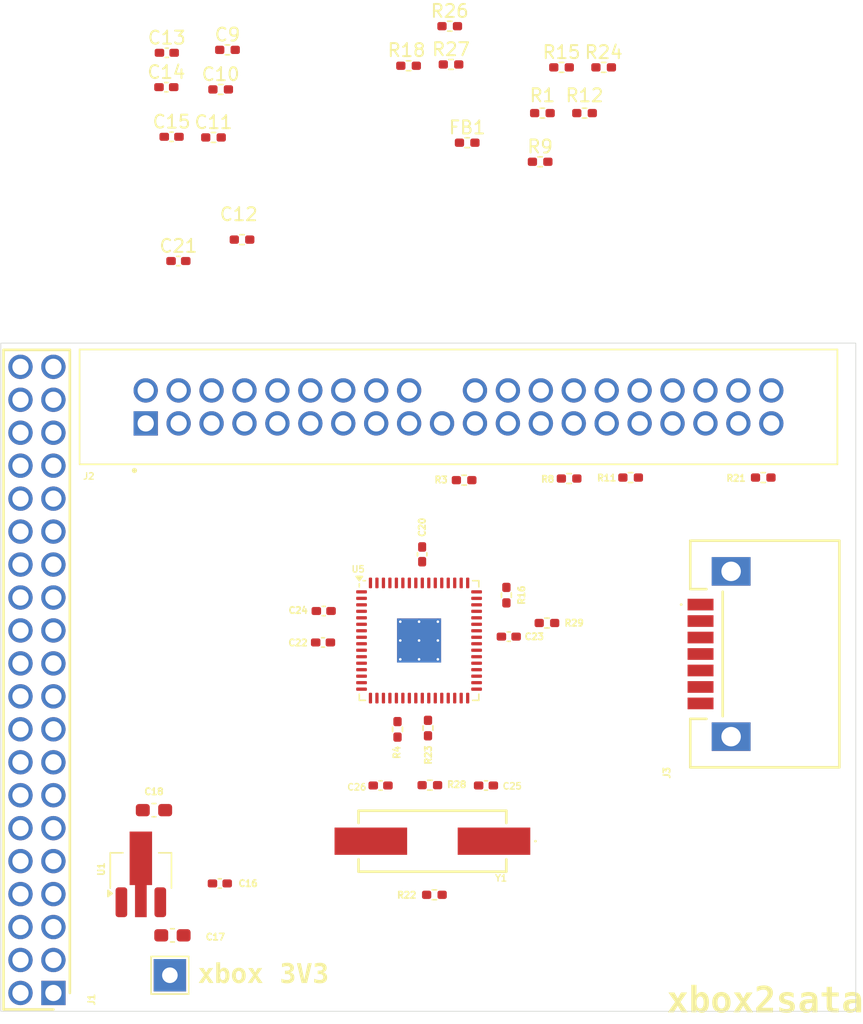
<source format=kicad_pcb>
(kicad_pcb (version 20240108) (generator "pcbnew") (generator_version "8.0")
  (title_block (title "xbox2sata") (rev "0.1"))
  (layers (0 "F.Cu" signal) (31 "B.Cu" signal) (34 "B.Paste" user) (35 "F.Paste" user) (36 "B.SilkS" user "B.Silkscreen") (37 "F.SilkS" user "F.Silkscreen") (38 "B.Mask" user) (39 "F.Mask" user) (44 "Edge.Cuts" user))
  (net 0 "")
  (net 1 "DD3")
  (net 2 "DD7")
  (net 3 "DD2")
  (net 4 "DD0")
  (net 5 "DD6")
  (net 6 "DD5")
  (net 7 "DD1")
  (net 8 "DD4")
  (net 9 "GND")
  (net 10 "PDIAG-")
  (net 11 "DD8")
  (net 12 "DD14")
  (net 13 "DD15")
  (net 14 "CSEL")
  (net 15 "DD11")
  (net 16 "Net-(C25-Pad1)")
  (net 17 "DIOR-")
  (net 18 "DIOW-")
  (net 19 "DA1")
  (net 20 "DD9")
  (net 21 "DD10")
  (net 22 "IORDY")
  (net 23 "DA2")
  (net 24 "DD12")
  (net 25 "DD13")
  (net 26 "DA0")
  (net 27 "INTRQ")
  (net 28 "DMARQ")
  (net 29 "DASP-")
  (net 30 "3V3")
  (net 31 "Net-(U5-ATAIOS)")
  (net 32 "Net-(U5-ISET)")
  (net 33 "DMACK-")
  (net 34 "CS0-")
  (net 35 "CS1-")
  (net 36 "RESET-")
  (net 37 "T2")
  (net 38 "Net-(U5-UAI)")
  (net 39 "Net-(J3-A+)")
  (net 40 "RX_P")
  (net 41 "XTLOUT")
  (net 42 "VSS")
  (net 43 "XTLIN")
  (net 44 "T5")
  (net 45 "Net-(J3-A-)")
  (net 46 "Net-(J3-B-)")
  (net 47 "VAA")
  (net 48 "T8")
  (net 49 "Net-(J3-GND_3)")
  (net 50 "LED-")
  (net 51 "RST-")
  (net 52 "CNFG1")
  (net 53 "T6")
  (net 55 "TX_M")
  (net 56 "T3")
  (net 57 "CNFG2")
  (net 58 "TX_P")
  (net 59 "T7")
  (net 60 "CNFG0")
  (net 61 "RX_M")
  (net 62 "1V2")
  (footprint "Capacitor_SMD:C_0402_1005Metric_Pad0.74x0.62mm_HandSolder" (layer "F.Cu") (at 120.9925 102.025)
    (property "Reference" "C16" (at 2.1825 0 0) (layer "F.SilkS") (effects (font (size 0.5 0.5))))
    (property "Value" "10nF" (hide yes))
    (pad "1" smd roundrect (at -0.5675 0) (size 0.735 0.62) (layers "F.Cu" "F.Paste" "F.Mask") (net 30 "3V3"))
    (pad "2" smd roundrect (at 0.5675 0) (size 0.735 0.62) (layers "F.Cu" "F.Paste" "F.Mask") (net 9 "GND"))
  )
  (footprint "Package_DFN_QFN:QFN-64-1EP_9x9mm_P0.5mm_EP3.4x3.4mm_ThermalVias" (layer "F.Cu") (at 136.3625 83.3)
    (property "Reference" "U5" (at -4.7 -5.5 360) (layer "F.SilkS") (effects (font (size 0.5 0.5) (thickness 0.1))))
    (property "Value" "88SA8052 " (hide yes))
    (pad "1" smd roundrect (at -4.4375 -3.75) (size 0.825 0.25) (layers "F.Cu" "F.Paste" "F.Mask") (net 25 "DD13"))
    (pad "2" smd roundrect (at -4.4375 -3.25) (size 0.825 0.25) (layers "F.Cu" "F.Paste" "F.Mask") (net 3 "DD2"))
    (pad "3" smd roundrect (at -4.4375 -2.75) (size 0.825 0.25) (layers "F.Cu" "F.Paste" "F.Mask") (net 24 "DD12"))
    (pad "4" smd roundrect (at -4.4375 -2.25) (size 0.825 0.25) (layers "F.Cu" "F.Paste" "F.Mask") (net 30 "3V3"))
    (pad "5" smd roundrect (at -4.4375 -1.75) (size 0.825 0.25) (layers "F.Cu" "F.Paste" "F.Mask") (net 1 "DD3"))
    (pad "6" smd roundrect (at -4.4375 -1.25) (size 0.825 0.25) (layers "F.Cu" "F.Paste" "F.Mask") (net 15 "DD11"))
    (pad "7" smd roundrect (at -4.4375 -0.75) (size 0.825 0.25) (layers "F.Cu" "F.Paste" "F.Mask") (net 8 "DD4"))
    (pad "8" smd roundrect (at -4.4375 -0.25) (size 0.825 0.25) (layers "F.Cu" "F.Paste" "F.Mask") (net 9 "GND"))
    (pad "9" smd roundrect (at -4.4375 0.25) (size 0.825 0.25) (layers "F.Cu" "F.Paste" "F.Mask") (net 62 "1V2"))
    (pad "10" smd roundrect (at -4.4375 0.75) (size 0.825 0.25) (layers "F.Cu" "F.Paste" "F.Mask") (net 21 "DD10"))
    (pad "11" smd roundrect (at -4.4375 1.25) (size 0.825 0.25) (layers "F.Cu" "F.Paste" "F.Mask") (net 6 "DD5"))
    (pad "12" smd roundrect (at -4.4375 1.75) (size 0.825 0.25) (layers "F.Cu" "F.Paste" "F.Mask") (net 20 "DD9"))
    (pad "13" smd roundrect (at -4.4375 2.25) (size 0.825 0.25) (layers "F.Cu" "F.Paste" "F.Mask") (net 5 "DD6"))
    (pad "14" smd roundrect (at -4.4375 2.75) (size 0.825 0.25) (layers "F.Cu" "F.Paste" "F.Mask") (net 11 "DD8"))
    (pad "15" smd roundrect (at -4.4375 3.25) (size 0.825 0.25) (layers "F.Cu" "F.Paste" "F.Mask") (net 2 "DD7"))
    (pad "16" smd roundrect (at -4.4375 3.75) (size 0.825 0.25) (layers "F.Cu" "F.Paste" "F.Mask") (net 36 "RESET-"))
    (pad "17" smd roundrect (at -3.75 4.4375) (size 0.25 0.825) (layers "F.Cu" "F.Paste" "F.Mask") (net 51 "RST-"))
    (pad "18" smd roundrect (at -3.25 4.4375) (size 0.25 0.825) (layers "F.Cu" "F.Paste" "F.Mask") (net 60 "CNFG0"))
    (pad "19" smd roundrect (at -2.75 4.4375) (size 0.25 0.825) (layers "F.Cu" "F.Paste" "F.Mask") (net 52 "CNFG1"))
    (pad "20" smd roundrect (at -2.25 4.4375) (size 0.25 0.825) (layers "F.Cu" "F.Paste" "F.Mask") (net 57 "CNFG2"))
    (pad "21" smd roundrect (at -1.75 4.4375) (size 0.25 0.825) (layers "F.Cu" "F.Paste" "F.Mask") (net 31 "Net-(U5-ATAIOS)"))
    (pad "22" smd roundrect (at -1.25 4.4375) (size 0.25 0.825) (layers "F.Cu" "F.Paste" "F.Mask") (net 43 "XTLIN"))
    (pad "23" smd roundrect (at -0.75 4.4375) (size 0.25 0.825) (layers "F.Cu" "F.Paste" "F.Mask") (net 41 "XTLOUT"))
    (pad "24" smd roundrect (at -0.25 4.4375) (size 0.25 0.825) (layers "F.Cu" "F.Paste" "F.Mask") (net 47 "VAA"))
    (pad "25" smd roundrect (at 0.25 4.4375) (size 0.25 0.825) (layers "F.Cu" "F.Paste" "F.Mask") (net 42 "VSS"))
    (pad "26" smd roundrect (at 0.75 4.4375) (size 0.25 0.825) (layers "F.Cu" "F.Paste" "F.Mask") (net 32 "Net-(U5-ISET)"))
    (pad "27" smd roundrect (at 1.25 4.4375) (size 0.25 0.825) (layers "F.Cu" "F.Paste" "F.Mask") (net 40 "RX_P"))
    (pad "28" smd roundrect (at 1.75 4.4375) (size 0.25 0.825) (layers "F.Cu" "F.Paste" "F.Mask") (net 61 "RX_M"))
    (pad "29" smd roundrect (at 2.25 4.4375) (size 0.25 0.825) (layers "F.Cu" "F.Paste" "F.Mask") (net 47 "VAA"))
    (pad "30" smd roundrect (at 2.75 4.4375) (size 0.25 0.825) (layers "F.Cu" "F.Paste" "F.Mask") (net 42 "VSS"))
    (pad "31" smd roundrect (at 3.25 4.4375) (size 0.25 0.825) (layers "F.Cu" "F.Paste" "F.Mask") (net 55 "TX_M"))
    (pad "32" smd roundrect (at 3.75 4.4375) (size 0.25 0.825) (layers "F.Cu" "F.Paste" "F.Mask") (net 58 "TX_P"))
    (pad "33" smd roundrect (at 4.4375 3.75) (size 0.825 0.25) (layers "F.Cu" "F.Paste" "F.Mask") (net 9 "GND"))
    (pad "34" smd roundrect (at 4.4375 3.25) (size 0.825 0.25) (layers "F.Cu" "F.Paste" "F.Mask") (net 29 "DASP-"))
    (pad "35" smd roundrect (at 4.4375 2.75) (size 0.825 0.25) (layers "F.Cu" "F.Paste" "F.Mask") (net 37 "T2"))
    (pad "36" smd roundrect (at 4.4375 2.25) (size 0.825 0.25) (layers "F.Cu" "F.Paste" "F.Mask") (net 56 "T3"))
    (pad "37" smd roundrect (at 4.4375 1.75) (size 0.825 0.25) (layers "F.Cu" "F.Paste" "F.Mask") (net 9 "GND"))
    (pad "38" smd roundrect (at 4.4375 1.25) (size 0.825 0.25) (layers "F.Cu" "F.Paste" "F.Mask") (net 44 "T5"))
    (pad "39" smd roundrect (at 4.4375 0.75) (size 0.825 0.25) (layers "F.Cu" "F.Paste" "F.Mask") (net 53 "T6"))
    (pad "40" smd roundrect (at 4.4375 0.25) (size 0.825 0.25) (layers "F.Cu" "F.Paste" "F.Mask") (net 59 "T7"))
    (pad "41" smd roundrect (at 4.4375 -0.25) (size 0.825 0.25) (layers "F.Cu" "F.Paste" "F.Mask") (net 62 "1V2"))
    (pad "42" smd roundrect (at 4.4375 -0.75) (size 0.825 0.25) (layers "F.Cu" "F.Paste" "F.Mask") (net 9 "GND"))
    (pad "43" smd roundrect (at 4.4375 -1.25) (size 0.825 0.25) (layers "F.Cu" "F.Paste" "F.Mask") (net 38 "Net-(U5-UAI)"))
    (pad "44" smd roundrect (at 4.4375 -1.75) (size 0.825 0.25) (layers "F.Cu" "F.Paste" "F.Mask") (net 30 "3V3"))
    (pad "45" smd roundrect (at 4.4375 -2.25) (size 0.825 0.25) (layers "F.Cu" "F.Paste" "F.Mask") (net 50 "LED-"))
    (pad "46" smd roundrect (at 4.4375 -2.75) (size 0.825 0.25) (layers "F.Cu" "F.Paste" "F.Mask") (net 10 "PDIAG-"))
    (pad "47" smd roundrect (at 4.4375 -3.25) (size 0.825 0.25) (layers "F.Cu" "F.Paste" "F.Mask") (net 35 "CS1-"))
    (pad "48" smd roundrect (at 4.4375 -3.75) (size 0.825 0.25) (layers "F.Cu" "F.Paste" "F.Mask") (net 34 "CS0-"))
    (pad "49" smd roundrect (at 3.75 -4.4375) (size 0.25 0.825) (layers "F.Cu" "F.Paste" "F.Mask") (net 23 "DA2"))
    (pad "50" smd roundrect (at 3.25 -4.4375) (size 0.25 0.825) (layers "F.Cu" "F.Paste" "F.Mask") (net 26 "DA0"))
    (pad "51" smd roundrect (at 2.75 -4.4375) (size 0.25 0.825) (layers "F.Cu" "F.Paste" "F.Mask") (net 19 "DA1"))
    (pad "52" smd roundrect (at 2.25 -4.4375) (size 0.25 0.825) (layers "F.Cu" "F.Paste" "F.Mask") (net 48 "T8"))
    (pad "53" smd roundrect (at 1.75 -4.4375) (size 0.25 0.825) (layers "F.Cu" "F.Paste" "F.Mask") (net 27 "INTRQ"))
    (pad "54" smd roundrect (at 1.25 -4.4375) (size 0.25 0.825) (layers "F.Cu" "F.Paste" "F.Mask") (net 33 "DMACK-"))
    (pad "55" smd roundrect (at 0.75 -4.4375) (size 0.25 0.825) (layers "F.Cu" "F.Paste" "F.Mask") (net 22 "IORDY"))
    (pad "56" smd roundrect (at 0.25 -4.4375) (size 0.25 0.825) (layers "F.Cu" "F.Paste" "F.Mask") (net 62 "1V2"))
    (pad "57" smd roundrect (at -0.25 -4.4375) (size 0.25 0.825) (layers "F.Cu" "F.Paste" "F.Mask") (net 9 "GND"))
    (pad "58" smd roundrect (at -0.75 -4.4375) (size 0.25 0.825) (layers "F.Cu" "F.Paste" "F.Mask") (net 17 "DIOR-"))
    (pad "59" smd roundrect (at -1.25 -4.4375) (size 0.25 0.825) (layers "F.Cu" "F.Paste" "F.Mask") (net 18 "DIOW-"))
    (pad "60" smd roundrect (at -1.75 -4.4375) (size 0.25 0.825) (layers "F.Cu" "F.Paste" "F.Mask") (net 28 "DMARQ"))
    (pad "61" smd roundrect (at -2.25 -4.4375) (size 0.25 0.825) (layers "F.Cu" "F.Paste" "F.Mask") (net 13 "DD15"))
    (pad "62" smd roundrect (at -2.75 -4.4375) (size 0.25 0.825) (layers "F.Cu" "F.Paste" "F.Mask") (net 4 "DD0"))
    (pad "63" smd roundrect (at -3.25 -4.4375) (size 0.25 0.825) (layers "F.Cu" "F.Paste" "F.Mask") (net 12 "DD14"))
    (pad "64" smd roundrect (at -3.75 -4.4375) (size 0.25 0.825) (layers "F.Cu" "F.Paste" "F.Mask") (net 7 "DD1"))
    (pad "65" thru_hole circle (at -1.45 -1.45) (size 0.5 0.5) (drill 0.2) (property pad_prop_heatsink) (layers "*.Cu") (net 9 "GND"))
    (pad "65" thru_hole circle (at -1.45 0) (size 0.5 0.5) (drill 0.2) (property pad_prop_heatsink) (layers "*.Cu") (net 9 "GND"))
    (pad "65" thru_hole circle (at -1.45 1.45) (size 0.5 0.5) (drill 0.2) (property pad_prop_heatsink) (layers "*.Cu") (net 9 "GND"))
    (pad "65" thru_hole circle (at 0 -1.45) (size 0.5 0.5) (drill 0.2) (property pad_prop_heatsink) (layers "*.Cu") (net 9 "GND"))
    (pad "65" thru_hole circle (at 0 0) (size 0.5 0.5) (drill 0.2) (property pad_prop_heatsink) (layers "*.Cu") (net 9 "GND"))
    (pad "65" smd rect (at 0 0) (size 3.4 3.4) (property pad_prop_heatsink) (layers "F.Cu" "F.Mask") (net 9 "GND"))
    (pad "65" smd rect (at 0 0) (size 3.4 3.4) (property pad_prop_heatsink) (layers "B.Cu") (net 9 "GND"))
    (pad "65" thru_hole circle (at 0 1.45) (size 0.5 0.5) (drill 0.2) (property pad_prop_heatsink) (layers "*.Cu") (net 9 "GND"))
    (pad "65" thru_hole circle (at 1.45 -1.45) (size 0.5 0.5) (drill 0.2) (property pad_prop_heatsink) (layers "*.Cu") (net 9 "GND"))
    (pad "65" thru_hole circle (at 1.45 0) (size 0.5 0.5) (drill 0.2) (property pad_prop_heatsink) (layers "*.Cu") (net 9 "GND"))
    (pad "65" thru_hole circle (at 1.45 1.45) (size 0.5 0.5) (drill 0.2) (property pad_prop_heatsink) (layers "*.Cu") (net 9 "GND"))
  )
  (footprint "Resistor_SMD:R_0402_1005Metric_Pad0.72x0.64mm_HandSolder" (layer "F.Cu") (at 122.705 52.4)
    (property "Reference" "C12" (at -0.2525 -1.95 0) (layer "F.SilkS"))
    (property "Value" "10nF" (hide yes))
    (pad "1" smd roundrect (at -0.5975 0) (size 0.715 0.64) (layers "F.Cu" "F.Paste" "F.Mask") (net 40 "RX_P"))
    (pad "2" smd roundrect (at 0.5975 0) (size 0.715 0.64) (layers "F.Cu" "F.Paste" "F.Mask") (net 49 "Net-(J3-GND_3)"))
  )
  (footprint "Capacitor_SMD:C_0402_1005Metric_Pad0.74x0.62mm_HandSolder" (layer "F.Cu") (at 129.005 81.025 180)
    (property "Reference" "C24" (at 1.9675 0.05 360) (layer "F.SilkS") (effects (font (size 0.5 0.5))))
    (property "Value" "100nF" (hide yes))
    (pad "1" smd roundrect (at -0.5675 0 180) (size 0.735 0.62) (layers "F.Cu" "F.Paste" "F.Mask") (net 30 "3V3"))
    (pad "2" smd roundrect (at 0.5675 0 180) (size 0.735 0.62) (layers "F.Cu" "F.Paste" "F.Mask") (net 9 "GND"))
  )
  (footprint "Capacitor_SMD:C_0603_1608Metric_Pad1.08x0.95mm_HandSolder" (layer "F.Cu") (at 115.9125 96.375)
    (property "Reference" "C18" (at 0 -1.43 0) (layer "F.SilkS") (effects (font (size 0.5 0.5))))
    (property "Value" "10uF" (hide yes))
    (pad "1" smd roundrect (at -0.8625 0) (size 1.075 0.95) (layers "F.Cu" "F.Paste" "F.Mask") (net 62 "1V2"))
    (pad "2" smd roundrect (at 0.8625 0) (size 1.075 0.95) (layers "F.Cu" "F.Paste" "F.Mask") (net 9 "GND"))
  )
  (footprint "Package_TO_SOT_SMD:SOT-89-3_Handsoldering" (layer "F.Cu") (at 114.9 101.025 90)
    (property "Reference" "U1" (at 0.1 -3.05 90) (layer "F.SilkS") (effects (font (size 0.5 0.5))))
    (property "Value" "1V2 voltage regulator" (hide yes))
    (pad "1" smd roundrect (at -2.45 -1.5 90) (size 2.3 0.9) (layers "F.Cu" "F.Paste" "F.Mask") (net 9 "GND"))
    (pad "2" smd custom (at -2.3625 0 90) (size 2.475 0.9) (layers "F.Cu" "F.Paste" "F.Mask") (net 62 "1V2") (options (clearance outline) (anchor rect)) (primitives (gr_poly (pts (xy 5.3625 0.8665) (xy 1.2375 0.8665) (xy 1.2375 -0.8665) (xy 5.3625 -0.8665)) (width 0) (fill yes))))
    (pad "3" smd roundrect (at -2.45 1.5 90) (size 2.3 0.9) (layers "F.Cu" "F.Paste" "F.Mask") (net 30 "3V3"))
  )
  (footprint "Capacitor_SMD:C_0402_1005Metric_Pad0.74x0.62mm_HandSolder" (layer "F.Cu") (at 117.7975 54.05)
    (property "Reference" "C21" (at 0 -1.16 0) (layer "F.SilkS"))
    (property "Value" "100nF" (hide yes))
    (pad "1" smd roundrect (at -0.5675 0) (size 0.735 0.62) (layers "F.Cu" "F.Paste" "F.Mask") (net 62 "1V2"))
    (pad "2" smd roundrect (at 0.5675 0) (size 0.735 0.62) (layers "F.Cu" "F.Paste" "F.Mask") (net 9 "GND"))
  )
  (footprint "Resistor_SMD:R_0402_1005Metric_Pad0.72x0.64mm_HandSolder" (layer "F.Cu") (at 147.3525 39.125)
    (property "Reference" "R15" (at 0 -1.17 0) (layer "F.SilkS"))
    (property "Value" "10K" (hide yes))
    (pad "1" smd roundrect (at -0.5975 0) (size 0.715 0.64) (layers "F.Cu" "F.Paste" "F.Mask") (net 60 "CNFG0"))
    (pad "2" smd roundrect (at 0.5975 0) (size 0.715 0.64) (layers "F.Cu" "F.Paste" "F.Mask") (net 9 "GND"))
  )
  (footprint "xbox2sata:Crystal" (layer "F.Cu") (at 137.3925 98.7675 180)
    (property "Reference" "Y1" (at -5.3 -2.85 360) (layer "F.SilkS") (effects (font (size 0.5 0.5) (thickness 0.1))))
    (property "Value" "25MHz" (hide yes))
    (pad "1" smd rect (at -4.75 0 270) (size 2.1 5.6) (layers "F.Cu" "F.Paste" "F.Mask") (net 16 "Net-(C25-Pad1)"))
    (pad "2" smd rect (at 4.75 0 270) (size 2.1 5.6) (layers "F.Cu" "F.Paste" "F.Mask") (net 43 "XTLIN"))
  )
  (footprint "Capacitor_SMD:C_0402_1005Metric_Pad0.74x0.62mm_HandSolder" (layer "F.Cu") (at 143.2825 83)
    (property "Reference" "C23" (at 1.9675 0 0) (layer "F.SilkS") (effects (font (size 0.5 0.5))))
    (property "Value" "100nF" (hide yes))
    (pad "1" smd roundrect (at -0.5675 0) (size 0.735 0.62) (layers "F.Cu" "F.Paste" "F.Mask") (net 30 "3V3"))
    (pad "2" smd roundrect (at 0.5675 0) (size 0.735 0.62) (layers "F.Cu" "F.Paste" "F.Mask") (net 9 "GND"))
  )
  (footprint "Resistor_SMD:R_0402_1005Metric_Pad0.72x0.64mm_HandSolder" (layer "F.Cu") (at 145.7025 46.4)
    (property "Reference" "R9" (at 0 -1.17 0) (layer "F.SilkS"))
    (property "Value" "10K" (hide yes))
    (pad "1" smd roundrect (at -0.5975 0) (size 0.715 0.64) (layers "F.Cu" "F.Paste" "F.Mask") (net 57 "CNFG2"))
    (pad "2" smd roundrect (at 0.5975 0) (size 0.715 0.64) (layers "F.Cu" "F.Paste" "F.Mask") (net 30 "3V3"))
  )
  (footprint "Resistor_SMD:R_0402_1005Metric_Pad0.72x0.64mm_HandSolder" (layer "F.Cu") (at 137.545 102.9 180)
    (property "Reference" "R22" (at 2.135 -0.025 360) (layer "F.SilkS") (effects (font (size 0.5 0.5))))
    (property "Value" "1M" (hide yes))
    (pad "1" smd roundrect (at -0.5975 0 180) (size 0.715 0.64) (layers "F.Cu" "F.Paste" "F.Mask") (net 16 "Net-(C25-Pad1)"))
    (pad "2" smd roundrect (at 0.5975 0 180) (size 0.715 0.64) (layers "F.Cu" "F.Paste" "F.Mask") (net 43 "XTLIN"))
  )
  (footprint "Resistor_SMD:R_0402_1005Metric_Pad0.72x0.64mm_HandSolder" (layer "F.Cu") (at 120.5025 44.525)
    (property "Reference" "C11" (at 0 -1.17 0) (layer "F.SilkS"))
    (property "Value" "10nF" (hide yes))
    (pad "1" smd roundrect (at -0.5975 0) (size 0.715 0.64) (layers "F.Cu" "F.Paste" "F.Mask") (net 55 "TX_M"))
    (pad "2" smd roundrect (at 0.5975 0) (size 0.715 0.64) (layers "F.Cu" "F.Paste" "F.Mask") (net 46 "Net-(J3-B-)"))
  )
  (footprint "Resistor_SMD:R_0402_1005Metric_Pad0.72x0.64mm_HandSolder" (layer "F.Cu") (at 138.7275 35.95)
    (property "Reference" "R26" (at 0 -1.17 0) (layer "F.SilkS"))
    (property "Value" "10K" (hide yes))
    (pad "1" smd roundrect (at -0.5975 0) (size 0.715 0.64) (layers "F.Cu" "F.Paste" "F.Mask") (net 9 "GND"))
    (pad "2" smd roundrect (at 0.5975 0) (size 0.715 0.64) (layers "F.Cu" "F.Paste" "F.Mask") (net 48 "T8"))
  )
  (footprint "xbox2sata:WURTH-ELEKTRONIK_61203921621" (layer "F.Cu") (at 139.405 65.295)
    (property "Reference" "J2" (at -28.52 5.345 360) (layer "F.SilkS") (effects (font (size 0.5 0.5) (thickness 0.1))))
    (property "Value" "61203921621" (hide yes))
    (pad "1" thru_hole rect (at -24.13 1.27) (size 1.875 1.875) (drill 1.25) (layers "*.Cu" "*.Mask") (net 36 "RESET-"))
    (pad "2" thru_hole circle (at -24.13 -1.27) (size 1.875 1.875) (drill 1.25) (layers "*.Cu" "*.Mask") (net 9 "GND"))
    (pad "3" thru_hole circle (at -21.59 1.27) (size 1.875 1.875) (drill 1.25) (layers "*.Cu" "*.Mask") (net 2 "DD7"))
    (pad "4" thru_hole circle (at -21.59 -1.27) (size 1.875 1.875) (drill 1.25) (layers "*.Cu" "*.Mask") (net 11 "DD8"))
    (pad "5" thru_hole circle (at -19.05 1.27) (size 1.875 1.875) (drill 1.25) (layers "*.Cu" "*.Mask") (net 5 "DD6"))
    (pad "6" thru_hole circle (at -19.05 -1.27) (size 1.875 1.875) (drill 1.25) (layers "*.Cu" "*.Mask") (net 20 "DD9"))
    (pad "7" thru_hole circle (at -16.51 1.27) (size 1.875 1.875) (drill 1.25) (layers "*.Cu" "*.Mask") (net 6 "DD5"))
    (pad "8" thru_hole circle (at -16.51 -1.27) (size 1.875 1.875) (drill 1.25) (layers "*.Cu" "*.Mask") (net 21 "DD10"))
    (pad "9" thru_hole circle (at -13.97 1.27) (size 1.875 1.875) (drill 1.25) (layers "*.Cu" "*.Mask") (net 8 "DD4"))
    (pad "10" thru_hole circle (at -13.97 -1.27) (size 1.875 1.875) (drill 1.25) (layers "*.Cu" "*.Mask") (net 15 "DD11"))
    (pad "11" thru_hole circle (at -11.43 1.27) (size 1.875 1.875) (drill 1.25) (layers "*.Cu" "*.Mask") (net 1 "DD3"))
    (pad "12" thru_hole circle (at -11.43 -1.27) (size 1.875 1.875) (drill 1.25) (layers "*.Cu" "*.Mask") (net 24 "DD12"))
    (pad "13" thru_hole circle (at -8.89 1.27) (size 1.875 1.875) (drill 1.25) (layers "*.Cu" "*.Mask") (net 3 "DD2"))
    (pad "14" thru_hole circle (at -8.89 -1.27) (size 1.875 1.875) (drill 1.25) (layers "*.Cu" "*.Mask") (net 25 "DD13"))
    (pad "15" thru_hole circle (at -6.35 1.27) (size 1.875 1.875) (drill 1.25) (layers "*.Cu" "*.Mask") (net 7 "DD1"))
    (pad "16" thru_hole circle (at -6.35 -1.27) (size 1.875 1.875) (drill 1.25) (layers "*.Cu" "*.Mask") (net 12 "DD14"))
    (pad "17" thru_hole circle (at -3.81 1.27) (size 1.875 1.875) (drill 1.25) (layers "*.Cu" "*.Mask") (net 4 "DD0"))
    (pad "18" thru_hole circle (at -3.81 -1.27) (size 1.875 1.875) (drill 1.25) (layers "*.Cu" "*.Mask") (net 13 "DD15"))
    (pad "19" thru_hole circle (at -1.27 1.27) (size 1.875 1.875) (drill 1.25) (layers "*.Cu" "*.Mask") (net 9 "GND"))
    (pad "21" thru_hole circle (at 1.27 1.27) (size 1.875 1.875) (drill 1.25) (layers "*.Cu" "*.Mask") (net 28 "DMARQ"))
    (pad "22" thru_hole circle (at 1.27 -1.27) (size 1.875 1.875) (drill 1.25) (layers "*.Cu" "*.Mask") (net 9 "GND"))
    (pad "23" thru_hole circle (at 3.81 1.27) (size 1.875 1.875) (drill 1.25) (layers "*.Cu" "*.Mask") (net 18 "DIOW-"))
    (pad "24" thru_hole circle (at 3.81 -1.27) (size 1.875 1.875) (drill 1.25) (layers "*.Cu" "*.Mask") (net 9 "GND"))
    (pad "25" thru_hole circle (at 6.35 1.27) (size 1.875 1.875) (drill 1.25) (layers "*.Cu" "*.Mask") (net 17 "DIOR-"))
    (pad "26" thru_hole circle (at 6.35 -1.27) (size 1.875 1.875) (drill 1.25) (layers "*.Cu" "*.Mask") (net 9 "GND"))
    (pad "27" thru_hole circle (at 8.89 1.27) (size 1.875 1.875) (drill 1.25) (layers "*.Cu" "*.Mask") (net 22 "IORDY"))
    (pad "28" thru_hole circle (at 8.89 -1.27) (size 1.875 1.875) (drill 1.25) (layers "*.Cu" "*.Mask") (net 14 "CSEL"))
    (pad "29" thru_hole circle (at 11.43 1.27) (size 1.875 1.875) (drill 1.25) (layers "*.Cu" "*.Mask") (net 33 "DMACK-"))
    (pad "30" thru_hole circle (at 11.43 -1.27) (size 1.875 1.875) (drill 1.25) (layers "*.Cu" "*.Mask") (net 9 "GND"))
    (pad "31" thru_hole circle (at 13.97 1.27) (size 1.875 1.875) (drill 1.25) (layers "*.Cu" "*.Mask") (net 27 "INTRQ"))
    (pad "32" thru_hole circle (at 13.97 -1.27) (size 1.875 1.875) (drill 1.25) (layers "*.Cu" "*.Mask") (net 9 "GND"))
    (pad "33" thru_hole circle (at 16.51 1.27) (size 1.875 1.875) (drill 1.25) (layers "*.Cu" "*.Mask") (net 19 "DA1"))
    (pad "34" thru_hole circle (at 16.51 -1.27) (size 1.875 1.875) (drill 1.25) (layers "*.Cu" "*.Mask") (net 10 "PDIAG-"))
    (pad "35" thru_hole circle (at 19.05 1.27) (size 1.875 1.875) (drill 1.25) (layers "*.Cu" "*.Mask") (net 26 "DA0"))
    (pad "36" thru_hole circle (at 19.05 -1.27) (size 1.875 1.875) (drill 1.25) (layers "*.Cu" "*.Mask") (net 23 "DA2"))
    (pad "37" thru_hole circle (at 21.59 1.27) (size 1.875 1.875) (drill 1.25) (layers "*.Cu" "*.Mask") (net 34 "CS0-"))
    (pad "38" thru_hole circle (at 21.59 -1.27) (size 1.875 1.875) (drill 1.25) (layers "*.Cu" "*.Mask") (net 35 "CS1-"))
    (pad "39" thru_hole circle (at 24.13 1.27) (size 1.875 1.875) (drill 1.25) (layers "*.Cu" "*.Mask") (net 29 "DASP-"))
    (pad "40" thru_hole circle (at 24.13 -1.27) (size 1.875 1.875) (drill 1.25) (layers "*.Cu" "*.Mask") (net 9 "GND"))
  )
  (footprint "Resistor_SMD:R_0402_1005Metric_Pad0.72x0.64mm_HandSolder" (layer "F.Cu") (at 150.6025 39.125)
    (property "Reference" "R24" (at 0 -1.17 0) (layer "F.SilkS"))
    (property "Value" "10K" (hide yes))
    (pad "1" smd roundrect (at -0.5975 0) (size 0.715 0.64) (layers "F.Cu" "F.Paste" "F.Mask") (net 30 "3V3"))
    (pad "2" smd roundrect (at 0.5975 0) (size 0.715 0.64) (layers "F.Cu" "F.Paste" "F.Mask") (net 53 "T6"))
  )
  (footprint "Resistor_SMD:R_0402_1005Metric_Pad0.72x0.64mm_HandSolder" (layer "F.Cu") (at 143.1 79.8025 -90)
    (property "Reference" "R16" (at 0 -1.17 90) (layer "F.SilkS") (effects (font (size 0.5 0.5))))
    (property "Value" "100K" (hide yes))
    (pad "1" smd roundrect (at -0.5975 0 270) (size 0.715 0.64) (layers "F.Cu" "F.Paste" "F.Mask") (net 10 "PDIAG-"))
    (pad "2" smd roundrect (at 0.5975 0 270) (size 0.715 0.64) (layers "F.Cu" "F.Paste" "F.Mask") (net 30 "3V3"))
  )
  (footprint "Capacitor_SMD:C_0402_1005Metric_Pad0.74x0.62mm_HandSolder" (layer "F.Cu") (at 133.3925 94.475)
    (property "Reference" "C26" (at -1.8325 0.125 360) (layer "F.SilkS") (effects (font (size 0.5 0.5) (thickness 0.1))))
    (property "Value" "18pF" (hide yes))
    (pad "1" smd roundrect (at -0.5675 0) (size 0.735 0.62) (layers "F.Cu" "F.Paste" "F.Mask") (net 43 "XTLIN"))
    (pad "2" smd roundrect (at 0.5675 0) (size 0.735 0.62) (layers "F.Cu" "F.Paste" "F.Mask") (net 42 "VSS"))
  )
  (footprint "Resistor_SMD:R_0402_1005Metric_Pad0.72x0.64mm_HandSolder" (layer "F.Cu") (at 147.9375 70.815)
    (property "Reference" "R8" (at -1.6525 0.05 0) (layer "F.SilkS") (effects (font (size 0.5 0.5))))
    (property "Value" "4.7K" (hide yes))
    (pad "1" smd roundrect (at -0.5975 0) (size 0.715 0.64) (layers "F.Cu" "F.Paste" "F.Mask") (net 30 "3V3"))
    (pad "2" smd roundrect (at 0.5975 0) (size 0.715 0.64) (layers "F.Cu" "F.Paste" "F.Mask") (net 22 "IORDY"))
  )
  (footprint "Resistor_SMD:R_0402_1005Metric_Pad0.72x0.64mm_HandSolder" (layer "F.Cu") (at 145.8775 42.65)
    (property "Reference" "R1" (at 0 -1.365 0) (layer "F.SilkS"))
    (property "Value" "4.7K" (hide yes))
    (pad "1" smd roundrect (at -0.5975 0) (size 0.715 0.64) (layers "F.Cu" "F.Paste" "F.Mask") (net 56 "T3"))
    (pad "2" smd roundrect (at 0.5975 0) (size 0.715 0.64) (layers "F.Cu" "F.Paste" "F.Mask") (net 30 "3V3"))
  )
  (footprint "Resistor_SMD:R_0402_1005Metric_Pad0.72x0.64mm_HandSolder" (layer "F.Cu") (at 135.5525 39)
    (property "Reference" "R18" (at -0.155 -1.2 0) (layer "F.SilkS"))
    (property "Value" "10K" (hide yes))
    (pad "1" smd roundrect (at -0.5975 0) (size 0.715 0.64) (layers "F.Cu" "F.Paste" "F.Mask") (net 30 "3V3"))
    (pad "2" smd roundrect (at 0.5975 0) (size 0.715 0.64) (layers "F.Cu" "F.Paste" "F.Mask") (net 59 "T7"))
  )
  (footprint "Resistor_SMD:R_0402_1005Metric_Pad0.72x0.64mm_HandSolder" (layer "F.Cu") (at 162.9125 70.74)
    (property "Reference" "R21" (at -2.0975 0.05 360) (layer "F.SilkS") (effects (font (size 0.5 0.5))))
    (property "Value" "10K" (hide yes))
    (pad "1" smd roundrect (at -0.5975 0) (size 0.715 0.64) (layers "F.Cu" "F.Paste" "F.Mask") (net 30 "3V3"))
    (pad "2" smd roundrect (at 0.5975 0) (size 0.715 0.64) (layers "F.Cu" "F.Paste" "F.Mask") (net 29 "DASP-"))
  )
  (footprint "Capacitor_SMD:C_0603_1608Metric_Pad1.08x0.95mm_HandSolder" (layer "F.Cu") (at 117.3375 106.025 180)
    (property "Reference" "C17" (at -3.3125 -0.125 360) (layer "F.SilkS") (effects (font (size 0.5 0.5))))
    (property "Value" "10uf" (hide yes))
    (pad "1" smd roundrect (at -0.8625 0 180) (size 1.075 0.95) (layers "F.Cu" "F.Paste" "F.Mask") (net 9 "GND"))
    (pad "2" smd roundrect (at 0.8625 0 180) (size 1.075 0.95) (layers "F.Cu" "F.Paste" "F.Mask") (net 30 "3V3"))
  )
  (footprint "Resistor_SMD:R_0402_1005Metric_Pad0.72x0.64mm_HandSolder" (layer "F.Cu") (at 140.075 44.93)
    (property "Reference" "FB1" (at 0 -1.17 0) (layer "F.SilkS"))
    (property "Value" "60R" (hide yes))
    (pad "1" smd roundrect (at -0.5975 0) (size 0.715 0.64) (layers "F.Cu" "F.Paste" "F.Mask") (net 30 "3V3"))
    (pad "2" smd roundrect (at 0.5975 0) (size 0.715 0.64) (layers "F.Cu" "F.Paste" "F.Mask") (net 47 "VAA"))
  )
  (footprint "Resistor_SMD:R_0402_1005Metric_Pad0.72x0.64mm_HandSolder" (layer "F.Cu") (at 152.6825 70.74)
    (property "Reference" "R11" (at -1.8475 0.03 0) (layer "F.SilkS") (effects (font (size 0.5 0.5))))
    (property "Value" "10K" (hide yes))
    (pad "1" smd roundrect (at -0.5975 0) (size 0.715 0.64) (layers "F.Cu" "F.Paste" "F.Mask") (net 9 "GND"))
    (pad "2" smd roundrect (at 0.5975 0) (size 0.715 0.64) (layers "F.Cu" "F.Paste" "F.Mask") (net 27 "INTRQ"))
  )
  (footprint "TestPoint:TestPoint_THTPad_2.5x2.5mm_Drill1.2mm" (layer "F.Cu") (at 117.14 109.1)
    (property "Reference" "TP2" (hide yes))
    (property "Value" "xbox_3V3" (hide yes))
    (pad "1" thru_hole rect (at 0 0) (size 2.5 2.5) (drill 1.2) (layers "*.Cu" "*.Mask") (net 30 "3V3"))
  )
  (footprint "Capacitor_SMD:C_0402_1005Metric_Pad0.74x0.62mm_HandSolder" (layer "F.Cu") (at 116.9025 38)
    (property "Reference" "C13" (at 0 -1.16 0) (layer "F.SilkS"))
    (property "Value" "100nF" (hide yes))
    (pad "1" smd roundrect (at -0.5675 0) (size 0.735 0.62) (layers "F.Cu" "F.Paste" "F.Mask") (net 47 "VAA"))
    (pad "2" smd roundrect (at 0.5675 0) (size 0.735 0.62) (layers "F.Cu" "F.Paste" "F.Mask") (net 42 "VSS"))
  )
  (footprint "Resistor_SMD:R_0402_1005Metric_Pad0.72x0.64mm_HandSolder" (layer "F.Cu") (at 149.1275 42.65)
    (property "Reference" "R12" (at 0 -1.365 0) (layer "F.SilkS"))
    (property "Value" "10K" (hide yes))
    (pad "1" smd roundrect (at -0.5975 0) (size 0.715 0.64) (layers "F.Cu" "F.Paste" "F.Mask") (net 52 "CNFG1"))
    (pad "2" smd roundrect (at 0.5975 0) (size 0.715 0.64) (layers "F.Cu" "F.Paste" "F.Mask") (net 30 "3V3"))
  )
  (footprint "Resistor_SMD:R_0402_1005Metric_Pad0.72x0.64mm_HandSolder" (layer "F.Cu") (at 137.05 90.0475 90)
    (property "Reference" "R23" (at -2.0775 0.025 90) (layer "F.SilkS") (effects (font (size 0.5 0.5))))
    (property "Value" "6.04K" (hide yes))
    (pad "1" smd roundrect (at -0.5975 0 90) (size 0.715 0.64) (layers "F.Cu" "F.Paste" "F.Mask") (net 9 "GND"))
    (pad "2" smd roundrect (at 0.5975 0 90) (size 0.715 0.64) (layers "F.Cu" "F.Paste" "F.Mask") (net 32 "Net-(U5-ISET)"))
  )
  (footprint "Capacitor_SMD:C_0402_1005Metric_Pad0.74x0.62mm_HandSolder" (layer "F.Cu") (at 136.6 76.6575 90)
    (property "Reference" "C20" (at 2.0825 0 90) (layer "F.SilkS") (effects (font (size 0.5 0.5))))
    (property "Value" "100nF" (hide yes))
    (pad "1" smd roundrect (at -0.5675 0 90) (size 0.735 0.62) (layers "F.Cu" "F.Paste" "F.Mask") (net 62 "1V2"))
    (pad "2" smd roundrect (at 0.5675 0 90) (size 0.735 0.62) (layers "F.Cu" "F.Paste" "F.Mask") (net 9 "GND"))
  )
  (footprint "Resistor_SMD:R_0402_1005Metric_Pad0.72x0.64mm_HandSolder" (layer "F.Cu") (at 121.5825 37.775)
    (property "Reference" "C9" (at 0 -1.17 0) (layer "F.SilkS"))
    (property "Value" "10nF" (hide yes))
    (pad "1" smd roundrect (at -0.5975 0) (size 0.715 0.64) (layers "F.Cu" "F.Paste" "F.Mask") (net 58 "TX_P"))
    (pad "2" smd roundrect (at 0.5975 0) (size 0.715 0.64) (layers "F.Cu" "F.Paste" "F.Mask") (net 39 "Net-(J3-A+)"))
  )
  (footprint "Resistor_SMD:R_0402_1005Metric_Pad0.72x0.64mm_HandSolder" (layer "F.Cu") (at 146.2275 81.95)
    (property "Reference" "R29" (at 2.0975 0 0) (layer "F.SilkS") (effects (font (size 0.5 0.5))))
    (property "Value" "10K" (hide yes))
    (pad "1" smd roundrect (at -0.5975 0) (size 0.715 0.64) (layers "F.Cu" "F.Paste" "F.Mask") (net 38 "Net-(U5-UAI)"))
    (pad "2" smd roundrect (at 0.5975 0) (size 0.715 0.64) (layers "F.Cu" "F.Paste" "F.Mask") (net 30 "3V3"))
  )
  (footprint "Resistor_SMD:R_0402_1005Metric_Pad0.72x0.64mm_HandSolder" (layer "F.Cu") (at 139.8375 70.94)
    (property "Reference" "R3" (at -1.7775 -0.025 0) (layer "F.SilkS") (effects (font (size 0.5 0.5))))
    (property "Value" "5.6K" (hide yes))
    (pad "1" smd roundrect (at -0.5975 0) (size 0.715 0.64) (layers "F.Cu" "F.Paste" "F.Mask") (net 9 "GND"))
    (pad "2" smd roundrect (at 0.5975 0) (size 0.715 0.64) (layers "F.Cu" "F.Paste" "F.Mask") (net 28 "DMARQ"))
  )
  (footprint "Resistor_SMD:R_0402_1005Metric_Pad0.72x0.64mm_HandSolder" (layer "F.Cu") (at 137.195 94.45)
    (property "Reference" "R28" (at 2.0725 -0.05 360) (layer "F.SilkS") (effects (font (size 0.5 0.5))))
    (property "Value" "100" (hide yes))
    (pad "1" smd roundrect (at -0.5975 0) (size 0.715 0.64) (layers "F.Cu" "F.Paste" "F.Mask") (net 41 "XTLOUT"))
    (pad "2" smd roundrect (at 0.5975 0) (size 0.715 0.64) (layers "F.Cu" "F.Paste" "F.Mask") (net 16 "Net-(C25-Pad1)"))
  )
  (footprint "Resistor_SMD:R_0402_1005Metric_Pad0.72x0.64mm_HandSolder" (layer "F.Cu") (at 121.0575 40.825)
    (property "Reference" "C10" (at 0 -1.17 0) (layer "F.SilkS"))
    (property "Value" "10nF" (hide yes))
    (pad "1" smd roundrect (at -0.5975 0) (size 0.715 0.64) (layers "F.Cu" "F.Paste" "F.Mask") (net 61 "RX_M"))
    (pad "2" smd roundrect (at 0.5975 0) (size 0.715 0.64) (layers "F.Cu" "F.Paste" "F.Mask") (net 45 "Net-(J3-A-)"))
  )
  (footprint "xbox2sata:SATAAPLSMTK" (layer "F.Cu") (at 163.035 84.34 -90)
    (property "Reference" "J3" (at 9.16 7.56 90) (layer "F.SilkS") (effects (font (size 0.5 0.5) (thickness 0.254))))
    (property "Value" "SATA-A-PL-SMT-K" (hide yes))
    (pad "1" thru_hole rect (at -6.37 2.6 270) (size 2.2 3) (drill 1.5) (layers "*.Cu" "*.Mask") (net 9 "GND"))
    (pad "2" thru_hole rect (at 6.37 2.6 270) (size 2.2 3) (drill 1.5) (layers "*.Cu" "*.Mask") (net 9 "GND"))
    (pad "S1" smd rect (at -3.81 4.96 270) (size 0.9 2) (layers "F.Cu" "F.Paste" "F.Mask") (net 9 "GND"))
    (pad "S2" smd rect (at -2.54 4.96 270) (size 0.9 2) (layers "F.Cu" "F.Paste" "F.Mask") (net 39 "Net-(J3-A+)"))
    (pad "S3" smd rect (at -1.27 4.96 270) (size 0.9 2) (layers "F.Cu" "F.Paste" "F.Mask") (net 45 "Net-(J3-A-)"))
    (pad "S4" smd rect (at 0 4.96 270) (size 0.9 2) (layers "F.Cu" "F.Paste" "F.Mask") (net 9 "GND"))
    (pad "S5" smd rect (at 1.27 4.96 270) (size 0.9 2) (layers "F.Cu" "F.Paste" "F.Mask") (net 46 "Net-(J3-B-)"))
    (pad "S6" smd rect (at 2.54 4.96 270) (size 0.9 2) (layers "F.Cu" "F.Paste" "F.Mask") (net 9 "GND"))
    (pad "S7" smd rect (at 3.81 4.96 270) (size 0.9 2) (layers "F.Cu" "F.Paste" "F.Mask") (net 49 "Net-(J3-GND_3)"))
  )
  (footprint "Capacitor_SMD:C_0402_1005Metric_Pad0.74x0.62mm_HandSolder" (layer "F.Cu") (at 141.525 94.475 180)
    (property "Reference" "C25" (at -2.025 -0.05 360) (layer "F.SilkS") (effects (font (size 0.5 0.5) (thickness 0.1))))
    (property "Value" "18pF" (hide yes))
    (pad "1" smd roundrect (at -0.5675 0 180) (size 0.735 0.62) (layers "F.Cu" "F.Paste" "F.Mask") (net 16 "Net-(C25-Pad1)"))
    (pad "2" smd roundrect (at 0.5675 0 180) (size 0.735 0.62) (layers "F.Cu" "F.Paste" "F.Mask") (net 42 "VSS"))
  )
  (footprint "Capacitor_SMD:C_0402_1005Metric_Pad0.74x0.62mm_HandSolder" (layer "F.Cu") (at 117.2725 44.475)
    (property "Reference" "C15" (at 0 -1.16 0) (layer "F.SilkS"))
    (property "Value" "10nF" (hide yes))
    (pad "1" smd roundrect (at -0.5675 0) (size 0.735 0.62) (layers "F.Cu" "F.Paste" "F.Mask") (net 47 "VAA"))
    (pad "2" smd roundrect (at 0.5675 0) (size 0.735 0.62) (layers "F.Cu" "F.Paste" "F.Mask") (net 42 "VSS"))
  )
  (footprint "Resistor_SMD:R_0402_1005Metric_Pad0.72x0.64mm_HandSolder" (layer "F.Cu") (at 138.8275 38.9)
    (property "Reference" "R27" (at 0 -1.17 0) (layer "F.SilkS"))
    (property "Value" "4.7K" (hide yes))
    (pad "1" smd roundrect (at -0.5975 0) (size 0.715 0.64) (layers "F.Cu" "F.Paste" "F.Mask") (net 37 "T2"))
    (pad "2" smd roundrect (at 0.5975 0) (size 0.715 0.64) (layers "F.Cu" "F.Paste" "F.Mask") (net 30 "3V3"))
  )
  (footprint "Capacitor_SMD:C_0402_1005Metric_Pad0.74x0.62mm_HandSolder" (layer "F.Cu") (at 128.955 83.45 180)
    (property "Reference" "C22" (at 1.9325 -0.025 360) (layer "F.SilkS") (effects (font (size 0.5 0.5))))
    (property "Value" "100nF" (hide yes))
    (pad "1" smd roundrect (at -0.5675 0 180) (size 0.735 0.62) (layers "F.Cu" "F.Paste" "F.Mask") (net 62 "1V2"))
    (pad "2" smd roundrect (at 0.5675 0 180) (size 0.735 0.62) (layers "F.Cu" "F.Paste" "F.Mask") (net 9 "GND"))
  )
  (footprint "Resistor_SMD:R_0402_1005Metric_Pad0.72x0.64mm_HandSolder" (layer "F.Cu") (at 134.7 90.1475 90)
    (property "Reference" "R4" (at -1.7775 -0.05 90) (layer "F.SilkS") (effects (font (size 0.5 0.5))))
    (property "Value" "10K" (hide yes))
    (pad "1" smd roundrect (at -0.5975 0 90) (size 0.715 0.64) (layers "F.Cu" "F.Paste" "F.Mask") (net 30 "3V3"))
    (pad "2" smd roundrect (at 0.5975 0 90) (size 0.715 0.64) (layers "F.Cu" "F.Paste" "F.Mask") (net 31 "Net-(U5-ATAIOS)"))
  )
  (footprint "Capacitor_SMD:C_0402_1005Metric_Pad0.74x0.62mm_HandSolder" (layer "F.Cu") (at 116.8675 40.65)
    (property "Reference" "C14" (at 0 -1.16 0) (layer "F.SilkS"))
    (property "Value" "100nF" (hide yes))
    (pad "1" smd roundrect (at -0.5675 0) (size 0.735 0.62) (layers "F.Cu" "F.Paste" "F.Mask") (net 47 "VAA"))
    (pad "2" smd roundrect (at 0.5675 0) (size 0.735 0.62) (layers "F.Cu" "F.Paste" "F.Mask") (net 42 "VSS"))
  )
  (footprint "xbox2sata:RHDR40W76P254_2X20_5080X508X826P" (layer "F.Cu") (at 107.115 87.605 90)
    (property "Reference" "J1" (at -23.37 3.985 90) (layer "F.SilkS") (effects (font (size 0.5 0.5) (thickness 0.254))))
    (property "Value" "929975-01-20-RK" (hide yes))
    (pad "1" thru_hole rect (at -22.86 1.04 90) (size 1.875 1.875) (drill 1.25) (layers "*.Cu" "*.Mask") (net 36 "RESET-"))
    (pad "2" thru_hole circle (at -22.86 -1.5 90) (size 1.875 1.875) (drill 1.25) (layers "*.Cu" "*.Mask") (net 9 "GND"))
    (pad "3" thru_hole circle (at -20.32 1.04 90) (size 1.875 1.875) (drill 1.25) (layers "*.Cu" "*.Mask") (net 2 "DD7"))
    (pad "4" thru_hole circle (at -20.32 -1.5 90) (size 1.875 1.875) (drill 1.25) (layers "*.Cu" "*.Mask") (net 11 "DD8"))
    (pad "5" thru_hole circle (at -17.78 1.04 90) (size 1.875 1.875) (drill 1.25) (layers "*.Cu" "*.Mask") (net 5 "DD6"))
    (pad "6" thru_hole circle (at -17.78 -1.5 90) (size 1.875 1.875) (drill 1.25) (layers "*.Cu" "*.Mask") (net 20 "DD9"))
    (pad "7" thru_hole circle (at -15.24 1.04 90) (size 1.875 1.875) (drill 1.25) (layers "*.Cu" "*.Mask") (net 6 "DD5"))
    (pad "8" thru_hole circle (at -15.24 -1.5 90) (size 1.875 1.875) (drill 1.25) (layers "*.Cu" "*.Mask") (net 21 "DD10"))
    (pad "9" thru_hole circle (at -12.7 1.04 90) (size 1.875 1.875) (drill 1.25) (layers "*.Cu" "*.Mask") (net 8 "DD4"))
    (pad "10" thru_hole circle (at -12.7 -1.5 90) (size 1.875 1.875) (drill 1.25) (layers "*.Cu" "*.Mask") (net 15 "DD11"))
    (pad "11" thru_hole circle (at -10.16 1.04 90) (size 1.875 1.875) (drill 1.25) (layers "*.Cu" "*.Mask") (net 1 "DD3"))
    (pad "12" thru_hole circle (at -10.16 -1.5 90) (size 1.875 1.875) (drill 1.25) (layers "*.Cu" "*.Mask") (net 24 "DD12"))
    (pad "13" thru_hole circle (at -7.62 1.04 90) (size 1.875 1.875) (drill 1.25) (layers "*.Cu" "*.Mask") (net 3 "DD2"))
    (pad "14" thru_hole circle (at -7.62 -1.5 90) (size 1.875 1.875) (drill 1.25) (layers "*.Cu" "*.Mask") (net 25 "DD13"))
    (pad "15" thru_hole circle (at -5.08 1.04 90) (size 1.875 1.875) (drill 1.25) (layers "*.Cu" "*.Mask") (net 7 "DD1"))
    (pad "16" thru_hole circle (at -5.08 -1.5 90) (size 1.875 1.875) (drill 1.25) (layers "*.Cu" "*.Mask") (net 12 "DD14"))
    (pad "17" thru_hole circle (at -2.54 1.04 90) (size 1.875 1.875) (drill 1.25) (layers "*.Cu" "*.Mask") (net 4 "DD0"))
    (pad "18" thru_hole circle (at -2.54 -1.5 90) (size 1.875 1.875) (drill 1.25) (layers "*.Cu" "*.Mask") (net 13 "DD15"))
    (pad "19" thru_hole circle (at 0 1.04 90) (size 1.875 1.875) (drill 1.25) (layers "*.Cu" "*.Mask") (net 9 "GND"))
    (pad "20" thru_hole circle (at 0 -1.5 90) (size 1.875 1.875) (drill 1.25) (layers "*.Cu" "*.Mask"))
    (pad "21" thru_hole circle (at 2.54 1.04 90) (size 1.875 1.875) (drill 1.25) (layers "*.Cu" "*.Mask") (net 28 "DMARQ"))
    (pad "22" thru_hole circle (at 2.54 -1.5 90) (size 1.875 1.875) (drill 1.25) (layers "*.Cu" "*.Mask") (net 9 "GND"))
    (pad "23" thru_hole circle (at 5.08 1.04 90) (size 1.875 1.875) (drill 1.25) (layers "*.Cu" "*.Mask") (net 18 "DIOW-"))
    (pad "24" thru_hole circle (at 5.08 -1.5 90) (size 1.875 1.875) (drill 1.25) (layers "*.Cu" "*.Mask") (net 9 "GND"))
    (pad "25" thru_hole circle (at 7.62 1.04 90) (size 1.875 1.875) (drill 1.25) (layers "*.Cu" "*.Mask") (net 17 "DIOR-"))
    (pad "26" thru_hole circle (at 7.62 -1.5 90) (size 1.875 1.875) (drill 1.25) (layers "*.Cu" "*.Mask") (net 9 "GND"))
    (pad "27" thru_hole circle (at 10.16 1.04 90) (size 1.875 1.875) (drill 1.25) (layers "*.Cu" "*.Mask") (net 22 "IORDY"))
    (pad "28" thru_hole circle (at 10.16 -1.5 90) (size 1.875 1.875) (drill 1.25) (layers "*.Cu" "*.Mask") (net 14 "CSEL"))
    (pad "29" thru_hole circle (at 12.7 1.04 90) (size 1.875 1.875) (drill 1.25) (layers "*.Cu" "*.Mask"))
    (pad "30" thru_hole circle (at 12.7 -1.5 90) (size 1.875 1.875) (drill 1.25) (layers "*.Cu" "*.Mask") (net 9 "GND"))
    (pad "31" thru_hole circle (at 15.24 1.04 90) (size 1.875 1.875) (drill 1.25) (layers "*.Cu" "*.Mask") (net 27 "INTRQ"))
    (pad "32" thru_hole circle (at 15.24 -1.5 90) (size 1.875 1.875) (drill 1.25) (layers "*.Cu" "*.Mask") (net 9 "GND"))
    (pad "33" thru_hole circle (at 17.78 1.04 90) (size 1.875 1.875) (drill 1.25) (layers "*.Cu" "*.Mask") (net 19 "DA1"))
    (pad "34" thru_hole circle (at 17.78 -1.5 90) (size 1.875 1.875) (drill 1.25) (layers "*.Cu" "*.Mask") (net 10 "PDIAG-"))
    (pad "35" thru_hole circle (at 20.32 1.04 90) (size 1.875 1.875) (drill 1.25) (layers "*.Cu" "*.Mask") (net 26 "DA0"))
    (pad "36" thru_hole circle (at 20.32 -1.5 90) (size 1.875 1.875) (drill 1.25) (layers "*.Cu" "*.Mask") (net 23 "DA2"))
    (pad "37" thru_hole circle (at 22.86 1.04 90) (size 1.875 1.875) (drill 1.25) (layers "*.Cu" "*.Mask") (net 34 "CS0-"))
    (pad "38" thru_hole circle (at 22.86 -1.5 90) (size 1.875 1.875) (drill 1.25) (layers "*.Cu" "*.Mask") (net 35 "CS1-"))
    (pad "39" thru_hole circle (at 25.4 1.04 90) (size 1.875 1.875) (drill 1.25) (layers "*.Cu" "*.Mask") (net 29 "DASP-"))
    (pad "40" thru_hole circle (at 25.4 -1.5 90) (size 1.875 1.875) (drill 1.25) (layers "*.Cu" "*.Mask") (net 9 "GND"))
  )
  (gr_rect (start 104.1 60.375) (end 170.05 111.875) (stroke (width 0.05)) (fill none) (layer "Edge.Cuts"))
  (gr_text "xbox2sata" (at 155.475 112.3 0) (layer "F.SilkS") (effects (font (size 2 2) (thickness 0.5) (bold yes)) (justify left bottom)))
  (gr_text "xbox 3V3" (at 119.3 109.95 0) (layer "F.SilkS") (effects (font (size 1.5 1.5) (thickness 0.3) (bold yes)) (justify left bottom)))
  (segment (start 117.1775 109.0625) (end 117.14 109.1) (width 0.2) (layer "F.Cu") (net 30))
)
</source>
